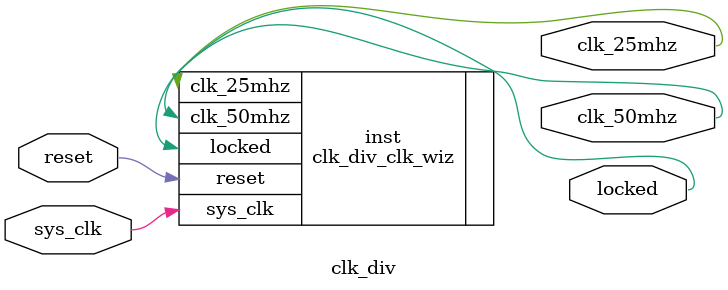
<source format=v>


`timescale 1ps/1ps

(* CORE_GENERATION_INFO = "clk_div,clk_wiz_v5_3_1,{component_name=clk_div,use_phase_alignment=true,use_min_o_jitter=false,use_max_i_jitter=false,use_dyn_phase_shift=false,use_inclk_switchover=false,use_dyn_reconfig=false,enable_axi=0,feedback_source=FDBK_AUTO,PRIMITIVE=PLL,num_out_clk=2,clkin1_period=10.0,clkin2_period=10.0,use_power_down=false,use_reset=true,use_locked=true,use_inclk_stopped=false,feedback_type=SINGLE,CLOCK_MGR_TYPE=NA,manual_override=false}" *)

module clk_div 
 (
 // Clock in ports
  input         sys_clk,
  // Clock out ports
  output        clk_50mhz,
  output        clk_25mhz,
  // Status and control signals
  input         reset,
  output        locked
 );

  clk_div_clk_wiz inst
  (
 // Clock in ports
  .sys_clk(sys_clk),
  // Clock out ports  
  .clk_50mhz(clk_50mhz),
  .clk_25mhz(clk_25mhz),
  // Status and control signals               
  .reset(reset), 
  .locked(locked)            
  );

endmodule

</source>
